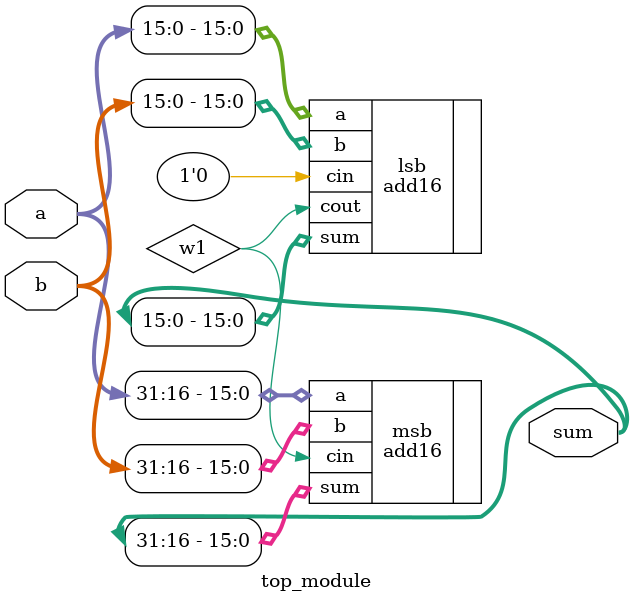
<source format=v>
/*
You are given a module add16 that performs a 16-bit addition. 
Instantiate two of them to create a 32-bit adder. 
One add16 module computes the lower 16 bits of the addition result, while the second add16 module computes the upper 16 bits of the result, after receiving the carry-out from the first adder.
Your 32-bit adder does not need to handle carry-in (assume 0) or carry-out (ignored), but the internal modules need to in order to function correctly. 
*/

module top_module(
    input [31:0] a,
    input [31:0] b,
    output [31:0] sum
);
    
  wire w1;
    
  add16 lsb (.a(a[15:0]),.b(b[15:0]), .cin(1'b0),.sum(sum[15:0]),.cout(w1));
  add16 msb (.a(a[31:16]),.b(b[31:16]), .cin(w1),.sum(sum[31:16]));
    
endmodule

</source>
